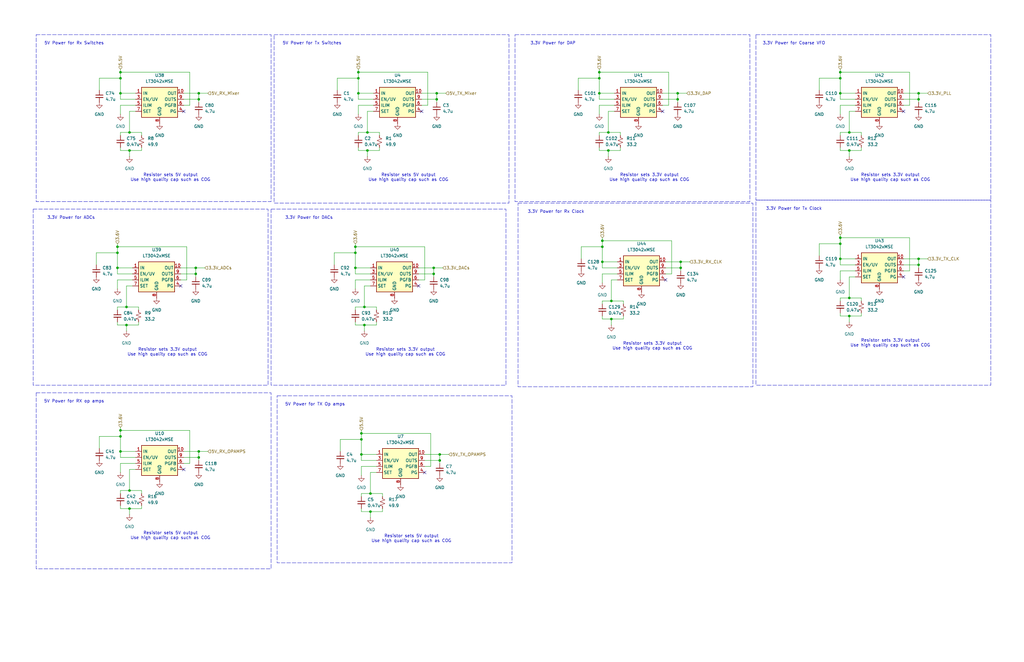
<source format=kicad_sch>
(kicad_sch (version 20250114) (generator "eeschema") (generator_version "9.0")
  (paper "B")
  (title_block (title "Power Management") (date "2026-01-02") (rev "0.0") (company "Andy McCann KA3KAG and Doug McCann KA3KAG"))
  (rectangle (start 116.84 167.005) (end 215.9 237.49) (stroke (width 0) (type dash)))
  (rectangle (start 13.97 88.265) (end 113.03 162.56) (stroke (width 0) (type dash)))
  (rectangle (start 318.77 14.605) (end 417.83 84.455) (stroke (width 0) (type dash)))
  (rectangle (start 318.77 84.455) (end 417.83 162.56) (stroke (width 0) (type dash)))
  (rectangle (start 217.17 14.605) (end 316.23 85.09) (stroke (width 0) (type dash)))
  (rectangle (start 15.24 165.735) (end 114.3 240.03) (stroke (width 0) (type dash)))
  (rectangle (start 115.57 14.605) (end 214.63 85.725) (stroke (width 0) (type dash)))
  (rectangle (start 15.24 14.605) (end 114.3 85.09) (stroke (width 0) (type dash)))
  (rectangle (start 114.3 88.265) (end 213.36 162.56) (stroke (width 0) (type dash)))
  (rectangle (start 218.44 85.725) (end 317.5 163.195) (stroke (width 0) (type dash)))
  (text "3.3V Power for ADCs" (at 29.972 91.948 0) (effects (font (size 1.27 1.27))))
  (text "3.3V Power for DAP" (at 233.172 18.288 0) (effects (font (size 1.27 1.27))))
  (text "Resistor sets 3.3V output\nUse high quality cap such as COG" (at 375.412 74.93 0) (effects (font (size 1.27 1.27))))
  (text "5V Power for Tx Switches" (at 131.572 18.288 0) (effects (font (size 1.27 1.27))))
  (text "5V Power for RX op amps" (at 31.242 169.418 0) (effects (font (size 1.27 1.27))))
  (text "Resistor sets 3.3V output\nUse high quality cap such as COG" (at 275.082 146.05 0) (effects (font (size 1.27 1.27))))
  (text "Resistor sets 5V output\nUse high quality cap such as COG" (at 173.482 227.33 0) (effects (font (size 1.27 1.27))))
  (text "Resistor sets 5V output\nUse high quality cap such as COG" (at 71.882 226.06 0) (effects (font (size 1.27 1.27))))
  (text "Resistor sets 5V output\nUse high quality cap such as COG" (at 172.212 74.93 0) (effects (font (size 1.27 1.27))))
  (text "Resistor sets 3.3V output\nUse high quality cap such as COG" (at 375.412 144.78 0) (effects (font (size 1.27 1.27))))
  (text "3.3V Power for Rx Clock" (at 234.442 89.408 0) (effects (font (size 1.27 1.27))))
  (text "3.3V Power for Tx Clock" (at 334.772 88.138 0) (effects (font (size 1.27 1.27))))
  (text "3.3V Power for Coarse VFO" (at 334.772 18.288 0) (effects (font (size 1.27 1.27))))
  (text "Resistor sets 3.3V output\nUse high quality cap such as COG" (at 273.812 74.93 0) (effects (font (size 1.27 1.27))))
  (text "5V Power for Rx Switches" (at 31.242 18.288 0) (effects (font (size 1.27 1.27))))
  (text "Resistor sets 5V output\nUse high quality cap such as COG" (at 71.882 74.93 0) (effects (font (size 1.27 1.27))))
  (text "Resistor sets 3.3V output\nUse high quality cap such as COG" (at 170.942 148.59 0) (effects (font (size 1.27 1.27))))
  (text "5V Power for TX Op amps" (at 132.842 170.688 0) (effects (font (size 1.27 1.27))))
  (text "Resistor sets 3.3V output\nUse high quality cap such as COG" (at 70.612 148.59 0) (effects (font (size 1.27 1.27))))
  (text "3.3V Power for DACs" (at 130.302 91.948 0) (effects (font (size 1.27 1.27))))
  (junction (at 387.35 39.37))
  (junction (at 151.13 30.48))
  (junction (at 54.61 63.5))
  (junction (at 50.8 190.5))
  (junction (at 254 110.49))
  (junction (at 83.82 190.5))
  (junction (at 152.4 191.77))
  (junction (at 49.53 113.03))
  (junction (at 156.21 215.9))
  (junction (at 257.81 134.62))
  (junction (at 387.35 109.22))
  (junction (at 354.33 39.37))
  (junction (at 82.55 115.57))
  (junction (at 358.14 125.73))
  (junction (at 49.53 106.68))
  (junction (at 152.4 182.88))
  (junction (at 354.33 102.87))
  (junction (at 185.42 194.31))
  (junction (at 182.88 113.03))
  (junction (at 54.61 214.63))
  (junction (at 54.61 207.01))
  (junction (at 354.33 109.22))
  (junction (at 83.82 41.91))
  (junction (at 354.33 30.48))
  (junction (at 254 104.14))
  (junction (at 184.15 41.91))
  (junction (at 153.67 137.16))
  (junction (at 82.55 113.03))
  (junction (at 287.02 110.49))
  (junction (at 151.13 33.02))
  (junction (at 184.15 39.37))
  (junction (at 252.73 33.02))
  (junction (at 83.82 39.37))
  (junction (at 182.88 115.57))
  (junction (at 50.8 181.61))
  (junction (at 387.35 111.76))
  (junction (at 354.33 100.33))
  (junction (at 287.02 113.03))
  (junction (at 50.8 33.02))
  (junction (at 285.75 39.37))
  (junction (at 154.94 63.5))
  (junction (at 358.14 63.5))
  (junction (at 49.53 104.14))
  (junction (at 254 101.6))
  (junction (at 257.81 127))
  (junction (at 53.34 137.16))
  (junction (at 156.21 208.28))
  (junction (at 354.33 33.02))
  (junction (at 154.94 55.88))
  (junction (at 252.73 30.48))
  (junction (at 54.61 55.88))
  (junction (at 185.42 191.77))
  (junction (at 153.67 129.54))
  (junction (at 50.8 184.15))
  (junction (at 83.82 193.04))
  (junction (at 358.14 55.88))
  (junction (at 50.8 30.48))
  (junction (at 149.86 104.14))
  (junction (at 149.86 113.03))
  (junction (at 152.4 185.42))
  (junction (at 285.75 41.91))
  (junction (at 149.86 106.68))
  (junction (at 151.13 39.37))
  (junction (at 256.54 55.88))
  (junction (at 50.8 39.37))
  (junction (at 53.34 129.54))
  (junction (at 358.14 133.35))
  (junction (at 256.54 63.5))
  (junction (at 252.73 39.37))
  (junction (at 387.35 41.91))
  (no_connect (at 77.47 198.12))
  (no_connect (at 381 116.84))
  (no_connect (at 176.53 120.65))
  (no_connect (at 179.07 199.39))
  (no_connect (at 77.47 46.99))
  (no_connect (at 279.4 46.99))
  (no_connect (at 381 46.99))
  (no_connect (at 177.8 46.99))
  (no_connect (at 280.67 118.11))
  (no_connect (at 76.2 120.65))
  (wire (pts (xy 57.15 44.45) (xy 50.8 44.45)))
  (wire (pts (xy 345.44 107.95) (xy 345.44 102.87)))
  (wire (pts (xy 143.51 185.42) (xy 152.4 185.42)))
  (wire (pts (xy 252.73 41.91) (xy 252.73 39.37)))
  (wire (pts (xy 260.35 115.57) (xy 254 115.57)))
  (wire (pts (xy 185.42 191.77) (xy 189.23 191.77)))
  (wire (pts (xy 54.61 63.5) (xy 54.61 66.04)))
  (wire (pts (xy 50.8 193.04) (xy 50.8 190.5)))
  (wire (pts (xy 360.68 111.76) (xy 354.33 111.76)))
  (wire (pts (xy 157.48 41.91) (xy 151.13 41.91)))
  (wire (pts (xy 261.62 55.88) (xy 261.62 57.15)))
  (wire (pts (xy 54.61 214.63) (xy 54.61 217.17)))
  (wire (pts (xy 261.62 62.23) (xy 261.62 63.5)))
  (wire (pts (xy 149.86 106.68) (xy 149.86 113.03)))
  (wire (pts (xy 149.86 130.81) (xy 149.86 129.54)))
  (wire (pts (xy 49.53 102.87) (xy 49.53 104.14)))
  (wire (pts (xy 77.47 195.58) (xy 80.01 195.58)))
  (wire (pts (xy 83.82 190.5) (xy 83.82 193.04)))
  (wire (pts (xy 151.13 57.15) (xy 151.13 55.88)))
  (wire (pts (xy 151.13 30.48) (xy 151.13 33.02)))
  (wire (pts (xy 254 101.6) (xy 283.21 101.6)))
  (wire (pts (xy 50.8 57.15) (xy 50.8 55.88)))
  (wire (pts (xy 140.97 111.76) (xy 140.97 106.68)))
  (wire (pts (xy 387.35 41.91) (xy 387.35 43.18)))
  (wire (pts (xy 387.35 109.22) (xy 391.16 109.22)))
  (wire (pts (xy 259.08 44.45) (xy 252.73 44.45)))
  (wire (pts (xy 149.86 104.14) (xy 179.07 104.14)))
  (wire (pts (xy 54.61 214.63) (xy 50.8 214.63)))
  (wire (pts (xy 57.15 193.04) (xy 50.8 193.04)))
  (wire (pts (xy 82.55 113.03) (xy 82.55 115.57)))
  (wire (pts (xy 77.47 193.04) (xy 83.82 193.04)))
  (wire (pts (xy 83.82 39.37) (xy 83.82 41.91)))
  (wire (pts (xy 257.81 127) (xy 262.89 127)))
  (wire (pts (xy 54.61 207.01) (xy 59.69 207.01)))
  (wire (pts (xy 287.02 110.49) (xy 290.83 110.49)))
  (wire (pts (xy 50.8 181.61) (xy 80.01 181.61)))
  (wire (pts (xy 153.67 120.65) (xy 153.67 129.54)))
  (wire (pts (xy 50.8 184.15) (xy 50.8 190.5)))
  (wire (pts (xy 360.68 114.3) (xy 354.33 114.3)))
  (wire (pts (xy 154.94 55.88) (xy 160.02 55.88)))
  (wire (pts (xy 149.86 129.54) (xy 153.67 129.54)))
  (wire (pts (xy 262.89 133.35) (xy 262.89 134.62)))
  (wire (pts (xy 182.88 115.57) (xy 182.88 116.84)))
  (wire (pts (xy 285.75 39.37) (xy 285.75 41.91)))
  (wire (pts (xy 252.73 55.88) (xy 256.54 55.88)))
  (wire (pts (xy 176.53 118.11) (xy 179.07 118.11)))
  (wire (pts (xy 360.68 39.37) (xy 354.33 39.37)))
  (wire (pts (xy 50.8 214.63) (xy 50.8 213.36)))
  (wire (pts (xy 161.29 208.28) (xy 161.29 209.55)))
  (wire (pts (xy 160.02 62.23) (xy 160.02 63.5)))
  (wire (pts (xy 153.67 137.16) (xy 153.67 139.7)))
  (wire (pts (xy 279.4 41.91) (xy 285.75 41.91)))
  (wire (pts (xy 77.47 190.5) (xy 83.82 190.5)))
  (wire (pts (xy 360.68 109.22) (xy 354.33 109.22)))
  (wire (pts (xy 279.4 44.45) (xy 281.94 44.45)))
  (wire (pts (xy 176.53 113.03) (xy 182.88 113.03)))
  (wire (pts (xy 354.33 102.87) (xy 354.33 109.22)))
  (wire (pts (xy 360.68 41.91) (xy 354.33 41.91)))
  (wire (pts (xy 254 134.62) (xy 254 133.35)))
  (wire (pts (xy 161.29 215.9) (xy 156.21 215.9)))
  (wire (pts (xy 179.07 194.31) (xy 185.42 194.31)))
  (wire (pts (xy 280.67 110.49) (xy 287.02 110.49)))
  (wire (pts (xy 184.15 41.91) (xy 184.15 43.18)))
  (wire (pts (xy 55.88 118.11) (xy 49.53 118.11)))
  (wire (pts (xy 358.14 46.99) (xy 358.14 55.88)))
  (wire (pts (xy 260.35 110.49) (xy 254 110.49)))
  (wire (pts (xy 358.14 133.35) (xy 358.14 135.89)))
  (wire (pts (xy 252.73 44.45) (xy 252.73 48.26)))
  (wire (pts (xy 57.15 46.99) (xy 54.61 46.99)))
  (wire (pts (xy 257.81 134.62) (xy 257.81 137.16)))
  (wire (pts (xy 82.55 115.57) (xy 82.55 116.84)))
  (wire (pts (xy 383.54 44.45) (xy 383.54 30.48)))
  (wire (pts (xy 185.42 194.31) (xy 185.42 195.58)))
  (wire (pts (xy 49.53 118.11) (xy 49.53 121.92)))
  (wire (pts (xy 153.67 129.54) (xy 158.75 129.54)))
  (wire (pts (xy 358.14 55.88) (xy 363.22 55.88)))
  (wire (pts (xy 184.15 39.37) (xy 187.96 39.37)))
  (wire (pts (xy 77.47 44.45) (xy 80.01 44.45)))
  (wire (pts (xy 387.35 109.22) (xy 387.35 111.76)))
  (wire (pts (xy 387.35 39.37) (xy 391.16 39.37)))
  (wire (pts (xy 50.8 33.02) (xy 50.8 39.37)))
  (wire (pts (xy 345.44 33.02) (xy 354.33 33.02)))
  (wire (pts (xy 55.88 115.57) (xy 49.53 115.57)))
  (wire (pts (xy 182.88 113.03) (xy 186.69 113.03)))
  (wire (pts (xy 257.81 134.62) (xy 254 134.62)))
  (wire (pts (xy 245.11 109.22) (xy 245.11 104.14)))
  (wire (pts (xy 387.35 39.37) (xy 387.35 41.91)))
  (wire (pts (xy 53.34 137.16) (xy 53.34 139.7)))
  (wire (pts (xy 54.61 63.5) (xy 50.8 63.5)))
  (wire (pts (xy 158.75 137.16) (xy 153.67 137.16)))
  (wire (pts (xy 287.02 110.49) (xy 287.02 113.03)))
  (wire (pts (xy 158.75 196.85) (xy 152.4 196.85)))
  (wire (pts (xy 256.54 46.99) (xy 256.54 55.88)))
  (wire (pts (xy 49.53 106.68) (xy 49.53 113.03)))
  (wire (pts (xy 49.53 137.16) (xy 49.53 135.89)))
  (wire (pts (xy 50.8 63.5) (xy 50.8 62.23)))
  (wire (pts (xy 151.13 30.48) (xy 180.34 30.48)))
  (wire (pts (xy 156.21 208.28) (xy 161.29 208.28)))
  (wire (pts (xy 58.42 129.54) (xy 58.42 130.81)))
  (wire (pts (xy 80.01 195.58) (xy 80.01 181.61)))
  (wire (pts (xy 49.53 115.57) (xy 49.53 113.03)))
  (wire (pts (xy 252.73 29.21) (xy 252.73 30.48)))
  (wire (pts (xy 40.64 111.76) (xy 40.64 106.68)))
  (wire (pts (xy 157.48 44.45) (xy 151.13 44.45)))
  (wire (pts (xy 142.24 38.1) (xy 142.24 33.02)))
  (wire (pts (xy 158.75 191.77) (xy 152.4 191.77)))
  (wire (pts (xy 245.11 104.14) (xy 254 104.14)))
  (wire (pts (xy 59.69 207.01) (xy 59.69 208.28)))
  (wire (pts (xy 360.68 116.84) (xy 358.14 116.84)))
  (wire (pts (xy 50.8 30.48) (xy 80.01 30.48)))
  (wire (pts (xy 354.33 100.33) (xy 354.33 102.87)))
  (wire (pts (xy 149.86 137.16) (xy 149.86 135.89)))
  (wire (pts (xy 49.53 104.14) (xy 78.74 104.14)))
  (wire (pts (xy 58.42 135.89) (xy 58.42 137.16)))
  (wire (pts (xy 358.14 116.84) (xy 358.14 125.73)))
  (wire (pts (xy 182.88 113.03) (xy 182.88 115.57)))
  (wire (pts (xy 285.75 41.91) (xy 285.75 43.18)))
  (wire (pts (xy 152.4 196.85) (xy 152.4 200.66)))
  (wire (pts (xy 354.33 29.21) (xy 354.33 30.48)))
  (wire (pts (xy 354.33 100.33) (xy 383.54 100.33)))
  (wire (pts (xy 279.4 39.37) (xy 285.75 39.37)))
  (wire (pts (xy 179.07 118.11) (xy 179.07 104.14)))
  (wire (pts (xy 83.82 39.37) (xy 87.63 39.37)))
  (wire (pts (xy 360.68 44.45) (xy 354.33 44.45)))
  (wire (pts (xy 280.67 115.57) (xy 283.21 115.57)))
  (wire (pts (xy 59.69 214.63) (xy 54.61 214.63)))
  (wire (pts (xy 363.22 125.73) (xy 363.22 127)))
  (wire (pts (xy 358.14 63.5) (xy 358.14 66.04)))
  (wire (pts (xy 381 39.37) (xy 387.35 39.37)))
  (wire (pts (xy 259.08 39.37) (xy 252.73 39.37)))
  (wire (pts (xy 76.2 115.57) (xy 82.55 115.57)))
  (wire (pts (xy 49.53 129.54) (xy 53.34 129.54)))
  (wire (pts (xy 151.13 33.02) (xy 151.13 39.37)))
  (wire (pts (xy 354.33 63.5) (xy 354.33 62.23)))
  (wire (pts (xy 41.91 38.1) (xy 41.91 33.02)))
  (wire (pts (xy 41.91 33.02) (xy 50.8 33.02)))
  (wire (pts (xy 58.42 137.16) (xy 53.34 137.16)))
  (wire (pts (xy 153.67 137.16) (xy 149.86 137.16)))
  (wire (pts (xy 59.69 62.23) (xy 59.69 63.5)))
  (wire (pts (xy 156.21 120.65) (xy 153.67 120.65)))
  (wire (pts (xy 49.53 130.81) (xy 49.53 129.54)))
  (wire (pts (xy 177.8 41.91) (xy 184.15 41.91)))
  (wire (pts (xy 149.86 102.87) (xy 149.86 104.14)))
  (wire (pts (xy 57.15 198.12) (xy 54.61 198.12)))
  (wire (pts (xy 156.21 215.9) (xy 152.4 215.9)))
  (wire (pts (xy 156.21 115.57) (xy 149.86 115.57)))
  (wire (pts (xy 354.33 127) (xy 354.33 125.73)))
  (wire (pts (xy 354.33 55.88) (xy 358.14 55.88)))
  (wire (pts (xy 54.61 55.88) (xy 59.69 55.88)))
  (wire (pts (xy 77.47 39.37) (xy 83.82 39.37)))
  (wire (pts (xy 57.15 41.91) (xy 50.8 41.91)))
  (wire (pts (xy 181.61 196.85) (xy 181.61 182.88)))
  (wire (pts (xy 149.86 115.57) (xy 149.86 113.03)))
  (wire (pts (xy 154.94 63.5) (xy 151.13 63.5)))
  (wire (pts (xy 151.13 63.5) (xy 151.13 62.23)))
  (wire (pts (xy 354.33 30.48) (xy 354.33 33.02)))
  (wire (pts (xy 53.34 137.16) (xy 49.53 137.16)))
  (wire (pts (xy 259.08 46.99) (xy 256.54 46.99)))
  (wire (pts (xy 142.24 33.02) (xy 151.13 33.02)))
  (wire (pts (xy 177.8 44.45) (xy 180.34 44.45)))
  (wire (pts (xy 152.4 182.88) (xy 152.4 185.42)))
  (wire (pts (xy 57.15 39.37) (xy 50.8 39.37)))
  (wire (pts (xy 76.2 113.03) (xy 82.55 113.03)))
  (wire (pts (xy 254 127) (xy 257.81 127)))
  (wire (pts (xy 40.64 106.68) (xy 49.53 106.68)))
  (wire (pts (xy 252.73 63.5) (xy 252.73 62.23)))
  (wire (pts (xy 363.22 132.08) (xy 363.22 133.35)))
  (wire (pts (xy 157.48 39.37) (xy 151.13 39.37)))
  (wire (pts (xy 177.8 39.37) (xy 184.15 39.37)))
  (wire (pts (xy 354.33 133.35) (xy 354.33 132.08)))
  (wire (pts (xy 50.8 29.21) (xy 50.8 30.48)))
  (wire (pts (xy 254 104.14) (xy 254 110.49)))
  (wire (pts (xy 387.35 111.76) (xy 387.35 113.03)))
  (wire (pts (xy 254 100.33) (xy 254 101.6)))
  (wire (pts (xy 363.22 55.88) (xy 363.22 57.15)))
  (wire (pts (xy 160.02 55.88) (xy 160.02 57.15)))
  (wire (pts (xy 252.73 30.48) (xy 281.94 30.48)))
  (wire (pts (xy 383.54 114.3) (xy 383.54 100.33)))
  (wire (pts (xy 41.91 184.15) (xy 50.8 184.15)))
  (wire (pts (xy 151.13 44.45) (xy 151.13 48.26)))
  (wire (pts (xy 54.61 46.99) (xy 54.61 55.88)))
  (wire (pts (xy 156.21 118.11) (xy 149.86 118.11)))
  (wire (pts (xy 158.75 194.31) (xy 152.4 194.31)))
  (wire (pts (xy 151.13 29.21) (xy 151.13 30.48)))
  (wire (pts (xy 50.8 180.34) (xy 50.8 181.61)))
  (wire (pts (xy 149.86 118.11) (xy 149.86 121.92)))
  (wire (pts (xy 287.02 113.03) (xy 287.02 114.3)))
  (wire (pts (xy 363.22 133.35) (xy 358.14 133.35)))
  (wire (pts (xy 55.88 113.03) (xy 49.53 113.03)))
  (wire (pts (xy 363.22 63.5) (xy 358.14 63.5)))
  (wire (pts (xy 59.69 213.36) (xy 59.69 214.63)))
  (wire (pts (xy 180.34 44.45) (xy 180.34 30.48)))
  (wire (pts (xy 179.07 196.85) (xy 181.61 196.85)))
  (wire (pts (xy 262.89 134.62) (xy 257.81 134.62)))
  (wire (pts (xy 256.54 55.88) (xy 261.62 55.88)))
  (wire (pts (xy 358.14 133.35) (xy 354.33 133.35)))
  (wire (pts (xy 50.8 195.58) (xy 50.8 199.39)))
  (wire (pts (xy 283.21 115.57) (xy 283.21 101.6)))
  (wire (pts (xy 254 101.6) (xy 254 104.14)))
  (wire (pts (xy 354.33 114.3) (xy 354.33 118.11)))
  (wire (pts (xy 83.82 193.04) (xy 83.82 194.31)))
  (wire (pts (xy 260.35 118.11) (xy 257.81 118.11)))
  (wire (pts (xy 252.73 33.02) (xy 252.73 39.37)))
  (wire (pts (xy 254 115.57) (xy 254 119.38)))
  (wire (pts (xy 83.82 41.91) (xy 83.82 43.18)))
  (wire (pts (xy 285.75 39.37) (xy 289.56 39.37)))
  (wire (pts (xy 152.4 194.31) (xy 152.4 191.77)))
  (wire (pts (xy 360.68 46.99) (xy 358.14 46.99)))
  (wire (pts (xy 50.8 207.01) (xy 54.61 207.01)))
  (wire (pts (xy 59.69 63.5) (xy 54.61 63.5)))
  (wire (pts (xy 185.42 191.77) (xy 185.42 194.31)))
  (wire (pts (xy 358.14 63.5) (xy 354.33 63.5)))
  (wire (pts (xy 184.15 39.37) (xy 184.15 41.91)))
  (wire (pts (xy 156.21 215.9) (xy 156.21 218.44)))
  (wire (pts (xy 254 113.03) (xy 254 110.49)))
  (wire (pts (xy 151.13 41.91) (xy 151.13 39.37)))
  (wire (pts (xy 354.33 33.02) (xy 354.33 39.37)))
  (wire (pts (xy 354.33 44.45) (xy 354.33 48.26)))
  (wire (pts (xy 354.33 41.91) (xy 354.33 39.37)))
  (wire (pts (xy 158.75 129.54) (xy 158.75 130.81)))
  (wire (pts (xy 261.62 63.5) (xy 256.54 63.5)))
  (wire (pts (xy 78.74 118.11) (xy 78.74 104.14)))
  (wire (pts (xy 176.53 115.57) (xy 182.88 115.57)))
  (wire (pts (xy 55.88 120.65) (xy 53.34 120.65)))
  (wire (pts (xy 160.02 63.5) (xy 154.94 63.5)))
  (wire (pts (xy 345.44 102.87) (xy 354.33 102.87)))
  (wire (pts (xy 152.4 182.88) (xy 181.61 182.88)))
  (wire (pts (xy 243.84 38.1) (xy 243.84 33.02)))
  (wire (pts (xy 152.4 181.61) (xy 152.4 182.88)))
  (wire (pts (xy 161.29 214.63) (xy 161.29 215.9)))
  (wire (pts (xy 57.15 190.5) (xy 50.8 190.5)))
  (wire (pts (xy 57.15 195.58) (xy 50.8 195.58)))
  (wire (pts (xy 59.69 55.88) (xy 59.69 57.15)))
  (wire (pts (xy 363.22 62.23) (xy 363.22 63.5)))
  (wire (pts (xy 252.73 57.15) (xy 252.73 55.88)))
  (wire (pts (xy 54.61 198.12) (xy 54.61 207.01)))
  (wire (pts (xy 256.54 63.5) (xy 252.73 63.5)))
  (wire (pts (xy 151.13 55.88) (xy 154.94 55.88)))
  (wire (pts (xy 381 44.45) (xy 383.54 44.45)))
  (wire (pts (xy 381 109.22) (xy 387.35 109.22)))
  (wire (pts (xy 50.8 44.45) (xy 50.8 48.26)))
  (wire (pts (xy 280.67 113.03) (xy 287.02 113.03)))
  (wire (pts (xy 358.14 125.73) (xy 363.22 125.73)))
  (wire (pts (xy 256.54 63.5) (xy 256.54 66.04)))
  (wire (pts (xy 262.89 127) (xy 262.89 128.27)))
  (wire (pts (xy 354.33 30.48) (xy 383.54 30.48)))
  (wire (pts (xy 50.8 181.61) (xy 50.8 184.15)))
  (wire (pts (xy 80.01 44.45) (xy 80.01 30.48)))
  (wire (pts (xy 354.33 99.06) (xy 354.33 100.33)))
  (wire (pts (xy 50.8 30.48) (xy 50.8 33.02)))
  (wire (pts (xy 354.33 111.76) (xy 354.33 109.22)))
  (wire (pts (xy 259.08 41.91) (xy 252.73 41.91)))
  (wire (pts (xy 50.8 55.88) (xy 54.61 55.88)))
  (wire (pts (xy 345.44 38.1) (xy 345.44 33.02)))
  (wire (pts (xy 381 114.3) (xy 383.54 114.3)))
  (wire (pts (xy 260.35 113.03) (xy 254 113.03)))
  (wire (pts (xy 252.73 30.48) (xy 252.73 33.02)))
  (wire (pts (xy 76.2 118.11) (xy 78.74 118.11)))
  (wire (pts (xy 140.97 106.68) (xy 149.86 106.68)))
  (wire (pts (xy 156.21 199.39) (xy 156.21 208.28)))
  (wire (pts (xy 158.75 135.89) (xy 158.75 137.16)))
  (wire (pts (xy 257.81 118.11) (xy 257.81 127)))
  (wire (pts (xy 152.4 185.42) (xy 152.4 191.77)))
  (wire (pts (xy 154.94 46.99) (xy 154.94 55.88)))
  (wire (pts (xy 243.84 33.02) (xy 252.73 33.02)))
  (wire (pts (xy 157.48 46.99) (xy 154.94 46.99)))
  (wire (pts (xy 156.21 113.03) (xy 149.86 113.03)))
  (wire (pts (xy 152.4 208.28) (xy 156.21 208.28)))
  (wire (pts (xy 49.53 104.14) (xy 49.53 106.68)))
  (wire (pts (xy 77.47 41.91) (xy 83.82 41.91)))
  (wire (pts (xy 53.34 129.54) (xy 58.42 129.54)))
  (wire (pts (xy 143.51 190.5) (xy 143.51 185.42)))
  (wire (pts (xy 381 41.91) (xy 387.35 41.91)))
  (wire (pts (xy 354.33 125.73) (xy 358.14 125.73)))
  (wire (pts (xy 152.4 215.9) (xy 152.4 214.63)))
  (wire (pts (xy 50.8 208.28) (xy 50.8 207.01)))
  (wire (pts (xy 354.33 57.15) (xy 354.33 55.88)))
  (wire (pts (xy 381 111.76) (xy 387.35 111.76)))
  (wire (pts (xy 281.94 44.45) (xy 281.94 30.48)))
  (wire (pts (xy 83.82 190.5) (xy 87.63 190.5)))
  (wire (pts (xy 152.4 209.55) (xy 152.4 208.28)))
  (wire (pts (xy 53.34 120.65) (xy 53.34 129.54)))
  (wire (pts (xy 158.75 199.39) (xy 156.21 199.39)))
  (wire (pts (xy 41.91 189.23) (xy 41.91 184.15)))
  (wire (pts (xy 50.8 41.91) (xy 50.8 39.37)))
  (wire (pts (xy 254 128.27) (xy 254 127)))
  (wire (pts (xy 149.86 104.14) (xy 149.86 106.68)))
  (wire (pts (xy 154.94 63.5) (xy 154.94 66.04)))
  (wire (pts (xy 82.55 113.03) (xy 86.36 113.03)))
  (wire (pts (xy 179.07 191.77) (xy 185.42 191.77)))
  (hierarchical_label "5V_RX_OPAMPS" (shape input) (at 87.63 190.5 0))
  (hierarchical_label "5V_TX_OPAMPS" (shape input) (at 189.23 191.77 0))
  (hierarchical_label "3.3V_RX_CLK" (shape input) (at 290.83 110.49 0))
  (hierarchical_label "3.6V" (shape input) (at 354.33 99.06 90))
  (hierarchical_label "5V_TX_Mixer" (shape input) (at 187.96 39.37 0))
  (hierarchical_label "3.6V" (shape input) (at 49.53 102.87 90))
  (hierarchical_label "3.3V_DACs" (shape input) (at 186.69 113.03 0))
  (hierarchical_label "3.3V_PLL" (shape input) (at 391.16 39.37 0))
  (hierarchical_label "3.3V_ADCs" (shape input) (at 86.36 113.03 0))
  (hierarchical_label "5V_RX_Mixer" (shape input) (at 87.63 39.37 0))
  (hierarchical_label "5.5V" (shape input) (at 50.8 29.21 90))
  (hierarchical_label "3.6V" (shape input) (at 254 100.33 90))
  (hierarchical_label "5.5V" (shape input) (at 152.4 181.61 90))
  (hierarchical_label "3.6V" (shape input) (at 252.73 29.21 90))
  (hierarchical_label "3.3V_DAP" (shape input) (at 289.56 39.37 0))
  (hierarchical_label "3.6V" (shape input) (at 354.33 29.21 90))
  (hierarchical_label "5.5V" (shape input) (at 151.13 29.21 90))
  (hierarchical_label "3.3V_TX_CLK" (shape input) (at 391.16 109.22 0))
  (hierarchical_label "3.6V" (shape input) (at 149.86 102.87 90))
  (hierarchical_label "3.6V" (shape input) (at 50.8 180.34 90))
  (symbol (lib_id "power:GND") (at 82.55 121.92 0) (unit 1)
    (property "Reference" "#PWR062" (effects (hide yes)))
    (property "Value" "GND" (at 82.55 127 0))
    (property "Description" "Power symbol creates a global label with name \"GND\" , ground" (effects (hide yes)))
  )
  (symbol (lib_id "Regulator_Linear:LT3042xMSE") (at 270.51 113.03 0) (unit 1)
    (property "Reference" "U44" (at 270.51 102.87 0))
    (property "Value" "LT3042xMSE" (at 270.51 105.41 0))
    (property "Footprint" "Package_SO:MSOP-10-1EP_3x3mm_P0.5mm_EP1.68x1.88mm" (effects (hide yes)))
    (property "Datasheet" "https://www.analog.com/media/en/technical-documentation/data-sheets/3042fb.pdf" (effects (hide yes)))
    (property "Description" "200mA, Adjustable, Ultralow Noise, Ultrahigh PSRR RF Linear Regulator, MSOP-10" (effects (hide yes)))
  )
  (symbol (lib_id "power:GND") (at 54.61 217.17 0) (unit 1)
    (property "Reference" "#PWR077" (effects (hide yes)))
    (property "Value" "GND" (at 54.61 222.25 0))
    (property "Description" "Power symbol creates a global label with name \"GND\" , ground" (effects (hide yes)))
  )
  (symbol (lib_id "Regulator_Linear:LT3042xMSE") (at 370.84 41.91 0) (unit 1)
    (property "Reference" "U42" (at 370.84 31.75 0))
    (property "Value" "LT3042xMSE" (at 370.84 34.29 0))
    (property "Footprint" "Package_SO:MSOP-10-1EP_3x3mm_P0.5mm_EP1.68x1.88mm" (effects (hide yes)))
    (property "Datasheet" "https://www.analog.com/media/en/technical-documentation/data-sheets/3042fb.pdf" (effects (hide yes)))
    (property "Description" "200mA, Adjustable, Ultralow Noise, Ultrahigh PSRR RF Linear Regulator, MSOP-10" (effects (hide yes)))
  )
  (symbol (lib_id "Device:C_Small") (at 82.55 119.38 0) (unit 1)
    (property "Reference" "C89" (at 85.09 118.1162 0) (effects (justify left)))
    (property "Value" "4.7u" (at 85.09 120.6562 0) (effects (justify left)))
    (property "Footprint" "Capacitor_SMD:C_0603_1608Metric_Pad1.08x0.95mm_HandSolder" (effects (hide yes)))
    (property "Description" "Unpolarized capacitor, small symbol" (effects (hide yes)))
  )
  (symbol (lib_id "power:GND") (at 345.44 43.18 0) (unit 1)
    (property "Reference" "#PWR0109" (effects (hide yes)))
    (property "Value" "GND" (at 345.44 48.26 0))
    (property "Description" "Power symbol creates a global label with name \"GND\" , ground" (effects (hide yes)))
  )
  (symbol (lib_id "Device:R_Small_US") (at 59.69 210.82 0) (unit 1)
    (property "Reference" "R16" (at 62.23 209.5499 0) (effects (justify left)))
    (property "Value" "49.9" (at 62.23 212.0899 0) (effects (justify left)))
    (property "Footprint" "Resistor_SMD:R_0603_1608Metric_Pad0.98x0.95mm_HandSolder" (effects (hide yes)))
    (property "Description" "Resistor, small US symbol" (effects (hide yes)))
  )
  (symbol (lib_id "power:GND") (at 156.21 218.44 0) (unit 1)
    (property "Reference" "#PWR039" (effects (hide yes)))
    (property "Value" "GND" (at 156.21 223.52 0))
    (property "Description" "Power symbol creates a global label with name \"GND\" , ground" (effects (hide yes)))
  )
  (symbol (lib_id "Device:C_Small") (at 285.75 45.72 0) (unit 1)
    (property "Reference" "C107" (at 288.29 44.4562 0) (effects (justify left)))
    (property "Value" "4.7u" (at 288.29 46.9962 0) (effects (justify left)))
    (property "Footprint" "Capacitor_SMD:C_0603_1608Metric_Pad1.08x0.95mm_HandSolder" (effects (hide yes)))
    (property "Description" "Unpolarized capacitor, small symbol" (effects (hide yes)))
  )
  (symbol (lib_id "Device:R_Small_US") (at 262.89 130.81 0) (unit 1)
    (property "Reference" "R14" (at 265.43 129.5399 0) (effects (justify left)))
    (property "Value" "33.2" (at 265.43 132.0799 0) (effects (justify left)))
    (property "Footprint" "Resistor_SMD:R_0603_1608Metric_Pad0.98x0.95mm_HandSolder" (effects (hide yes)))
    (property "Description" "Resistor, small US symbol" (effects (hide yes)))
  )
  (symbol (lib_id "power:GND") (at 151.13 48.26 0) (unit 1)
    (property "Reference" "#PWR04" (effects (hide yes)))
    (property "Value" "GND" (at 151.13 53.34 0))
    (property "Description" "Power symbol creates a global label with name \"GND\" , ground" (effects (hide yes)))
  )
  (symbol (lib_id "Device:C_Small") (at 182.88 119.38 0) (unit 1)
    (property "Reference" "C98" (at 185.42 118.1162 0) (effects (justify left)))
    (property "Value" "4.7u" (at 185.42 120.6562 0) (effects (justify left)))
    (property "Footprint" "Capacitor_SMD:C_0603_1608Metric_Pad1.08x0.95mm_HandSolder" (effects (hide yes)))
    (property "Description" "Unpolarized capacitor, small symbol" (effects (hide yes)))
  )
  (symbol (lib_id "power:GND") (at 50.8 48.26 0) (unit 1)
    (property "Reference" "#PWR051" (effects (hide yes)))
    (property "Value" "GND" (at 50.8 53.34 0))
    (property "Description" "Power symbol creates a global label with name \"GND\" , ground" (effects (hide yes)))
  )
  (symbol (lib_id "power:GND") (at 252.73 48.26 0) (unit 1)
    (property "Reference" "#PWR072" (effects (hide yes)))
    (property "Value" "GND" (at 252.73 53.34 0))
    (property "Description" "Power symbol creates a global label with name \"GND\" , ground" (effects (hide yes)))
  )
  (symbol (lib_id "Device:C_Small") (at 245.11 111.76 0) (unit 1)
    (property "Reference" "C128" (at 247.65 110.4962 0) (effects (justify left)))
    (property "Value" "4.7u" (at 247.65 113.0362 0) (effects (justify left)))
    (property "Footprint" "Capacitor_SMD:C_0603_1608Metric_Pad1.08x0.95mm_HandSolder" (effects (hide yes)))
    (property "Description" "Unpolarized capacitor, small symbol" (effects (hide yes)))
  )
  (symbol (lib_id "power:GND") (at 41.91 43.18 0) (unit 1)
    (property "Reference" "#PWR042" (effects (hide yes)))
    (property "Value" "GND" (at 41.91 48.26 0))
    (property "Description" "Power symbol creates a global label with name \"GND\" , ground" (effects (hide yes)))
  )
  (symbol (lib_id "Device:C_Small") (at 185.42 198.12 0) (unit 1)
    (property "Reference" "C7" (at 187.96 196.8562 0) (effects (justify left)))
    (property "Value" "4.7u" (at 187.96 199.3962 0) (effects (justify left)))
    (property "Footprint" "Capacitor_SMD:C_0603_1608Metric_Pad1.08x0.95mm_HandSolder" (effects (hide yes)))
    (property "Description" "Unpolarized capacitor, small symbol" (effects (hide yes)))
  )
  (symbol (lib_id "Device:C_Small") (at 387.35 115.57 0) (unit 1)
    (property "Reference" "C125" (at 389.89 114.3062 0) (effects (justify left)))
    (property "Value" "4.7u" (at 389.89 116.8462 0) (effects (justify left)))
    (property "Footprint" "Capacitor_SMD:C_0603_1608Metric_Pad1.08x0.95mm_HandSolder" (effects (hide yes)))
    (property "Description" "Unpolarized capacitor, small symbol" (effects (hide yes)))
  )
  (symbol (lib_id "Regulator_Linear:LT3042xMSE") (at 168.91 194.31 0) (unit 1)
    (property "Reference" "U7" (at 168.91 184.15 0))
    (property "Value" "LT3042xMSE" (at 168.91 186.69 0))
    (property "Footprint" "Package_SO:MSOP-10-1EP_3x3mm_P0.5mm_EP1.68x1.88mm" (effects (hide yes)))
    (property "Datasheet" "https://www.analog.com/media/en/technical-documentation/data-sheets/3042fb.pdf" (effects (hide yes)))
    (property "Description" "200mA, Adjustable, Ultralow Noise, Ultrahigh PSRR RF Linear Regulator, MSOP-10" (effects (hide yes)))
  )
  (symbol (lib_id "Device:C_Small") (at 149.86 133.35 0) (unit 1)
    (property "Reference" "C93" (at 152.4 132.0862 0) (effects (justify left)))
    (property "Value" "0.47u" (at 152.4 134.6262 0) (effects (justify left)))
    (property "Footprint" "Capacitor_SMD:C_0603_1608Metric_Pad1.08x0.95mm_HandSolder" (effects (hide yes)))
    (property "Description" "Unpolarized capacitor, small symbol" (effects (hide yes)))
  )
  (symbol (lib_id "Regulator_Linear:LT3042xMSE") (at 66.04 115.57 0) (unit 1)
    (property "Reference" "U39" (at 66.04 105.41 0))
    (property "Value" "LT3042xMSE" (at 66.04 107.95 0))
    (property "Footprint" "Package_SO:MSOP-10-1EP_3x3mm_P0.5mm_EP1.68x1.88mm" (effects (hide yes)))
    (property "Datasheet" "https://www.analog.com/media/en/technical-documentation/data-sheets/3042fb.pdf" (effects (hide yes)))
    (property "Description" "200mA, Adjustable, Ultralow Noise, Ultrahigh PSRR RF Linear Regulator, MSOP-10" (effects (hide yes)))
  )
  (symbol (lib_id "power:GND") (at 354.33 118.11 0) (unit 1)
    (property "Reference" "#PWR0118" (effects (hide yes)))
    (property "Value" "GND" (at 354.33 123.19 0))
    (property "Description" "Power symbol creates a global label with name \"GND\" , ground" (effects (hide yes)))
  )
  (symbol (lib_id "Device:C_Small") (at 41.91 191.77 0) (unit 1)
    (property "Reference" "C41" (at 44.45 190.5062 0) (effects (justify left)))
    (property "Value" "4.7u" (at 44.45 193.0462 0) (effects (justify left)))
    (property "Footprint" "Capacitor_SMD:C_0603_1608Metric_Pad1.08x0.95mm_HandSolder" (effects (hide yes)))
    (property "Description" "Unpolarized capacitor, small symbol" (effects (hide yes)))
  )
  (symbol (lib_id "power:GND") (at 40.64 116.84 0) (unit 1)
    (property "Reference" "#PWR056" (effects (hide yes)))
    (property "Value" "GND" (at 40.64 121.92 0))
    (property "Description" "Power symbol creates a global label with name \"GND\" , ground" (effects (hide yes)))
  )
  (symbol (lib_id "Regulator_Linear:LT3042xMSE") (at 67.31 193.04 0) (unit 1)
    (property "Reference" "U10" (at 67.31 182.88 0))
    (property "Value" "LT3042xMSE" (at 67.31 185.42 0))
    (property "Footprint" "Package_SO:MSOP-10-1EP_3x3mm_P0.5mm_EP1.68x1.88mm" (effects (hide yes)))
    (property "Datasheet" "https://www.analog.com/media/en/technical-documentation/data-sheets/3042fb.pdf" (effects (hide yes)))
    (property "Description" "200mA, Adjustable, Ultralow Noise, Ultrahigh PSRR RF Linear Regulator, MSOP-10" (effects (hide yes)))
  )
  (symbol (lib_id "Device:C_Small") (at 243.84 40.64 0) (unit 1)
    (property "Reference" "C101" (at 246.38 39.3762 0) (effects (justify left)))
    (property "Value" "4.7u" (at 246.38 41.9162 0) (effects (justify left)))
    (property "Footprint" "Capacitor_SMD:C_0603_1608Metric_Pad1.08x0.95mm_HandSolder" (effects (hide yes)))
    (property "Description" "Unpolarized capacitor, small symbol" (effects (hide yes)))
  )
  (symbol (lib_id "power:GND") (at 41.91 194.31 0) (unit 1)
    (property "Reference" "#PWR075" (effects (hide yes)))
    (property "Value" "GND" (at 41.91 199.39 0))
    (property "Description" "Power symbol creates a global label with name \"GND\" , ground" (effects (hide yes)))
  )
  (symbol (lib_id "Device:R_Small_US") (at 58.42 133.35 0) (unit 1)
    (property "Reference" "R9" (at 60.96 132.0799 0) (effects (justify left)))
    (property "Value" "33.2" (at 60.96 134.6199 0) (effects (justify left)))
    (property "Footprint" "Resistor_SMD:R_0603_1608Metric_Pad0.98x0.95mm_HandSolder" (effects (hide yes)))
    (property "Description" "Resistor, small US symbol" (effects (hide yes)))
  )
  (symbol (lib_id "power:GND") (at 143.51 195.58 0) (unit 1)
    (property "Reference" "#PWR03" (effects (hide yes)))
    (property "Value" "GND" (at 143.51 200.66 0))
    (property "Description" "Power symbol creates a global label with name \"GND\" , ground" (effects (hide yes)))
  )
  (symbol (lib_id "Device:C_Small") (at 354.33 59.69 0) (unit 1)
    (property "Reference" "C111" (at 356.87 58.4262 0) (effects (justify left)))
    (property "Value" "0.47u" (at 356.87 60.9662 0) (effects (justify left)))
    (property "Footprint" "Capacitor_SMD:C_0603_1608Metric_Pad1.08x0.95mm_HandSolder" (effects (hide yes)))
    (property "Description" "Unpolarized capacitor, small symbol" (effects (hide yes)))
  )
  (symbol (lib_id "power:GND") (at 269.24 52.07 0) (unit 1)
    (property "Reference" "#PWR078" (effects (hide yes)))
    (property "Value" "GND" (at 269.24 57.15 0))
    (property "Description" "Power symbol creates a global label with name \"GND\" , ground" (effects (hide yes)))
  )
  (symbol (lib_id "Device:R_Small_US") (at 363.22 129.54 0) (unit 1)
    (property "Reference" "R13" (at 365.76 128.2699 0) (effects (justify left)))
    (property "Value" "33.2" (at 365.76 130.8099 0) (effects (justify left)))
    (property "Footprint" "Resistor_SMD:R_0603_1608Metric_Pad0.98x0.95mm_HandSolder" (effects (hide yes)))
    (property "Description" "Resistor, small US symbol" (effects (hide yes)))
  )
  (symbol (lib_id "power:GND") (at 67.31 203.2 0) (unit 1)
    (property "Reference" "#PWR079" (effects (hide yes)))
    (property "Value" "GND" (at 67.31 208.28 0))
    (property "Description" "Power symbol creates a global label with name \"GND\" , ground" (effects (hide yes)))
  )
  (symbol (lib_id "power:GND") (at 243.84 43.18 0) (unit 1)
    (property "Reference" "#PWR070" (effects (hide yes)))
    (property "Value" "GND" (at 243.84 48.26 0))
    (property "Description" "Power symbol creates a global label with name \"GND\" , ground" (effects (hide yes)))
  )
  (symbol (lib_id "Device:C_Small") (at 50.8 59.69 0) (unit 1)
    (property "Reference" "C75" (at 53.34 58.4262 0) (effects (justify left)))
    (property "Value" "0.47u" (at 53.34 60.9662 0) (effects (justify left)))
    (property "Footprint" "Capacitor_SMD:C_0603_1608Metric_Pad1.08x0.95mm_HandSolder" (effects (hide yes)))
    (property "Description" "Unpolarized capacitor, small symbol" (effects (hide yes)))
  )
  (symbol (lib_id "power:GND") (at 154.94 66.04 0) (unit 1)
    (property "Reference" "#PWR05" (effects (hide yes)))
    (property "Value" "GND" (at 154.94 71.12 0))
    (property "Description" "Power symbol creates a global label with name \"GND\" , ground" (effects (hide yes)))
  )
  (symbol (lib_id "Regulator_Linear:LT3042xMSE") (at 370.84 111.76 0) (unit 1)
    (property "Reference" "U43" (at 370.84 101.6 0))
    (property "Value" "LT3042xMSE" (at 370.84 104.14 0))
    (property "Footprint" "Package_SO:MSOP-10-1EP_3x3mm_P0.5mm_EP1.68x1.88mm" (effects (hide yes)))
    (property "Datasheet" "https://www.analog.com/media/en/technical-documentation/data-sheets/3042fb.pdf" (effects (hide yes)))
    (property "Description" "200mA, Adjustable, Ultralow Noise, Ultrahigh PSRR RF Linear Regulator, MSOP-10" (effects (hide yes)))
  )
  (symbol (lib_id "Device:C_Small") (at 83.82 45.72 0) (unit 1)
    (property "Reference" "C80" (at 86.36 44.4562 0) (effects (justify left)))
    (property "Value" "4.7u" (at 86.36 46.9962 0) (effects (justify left)))
    (property "Footprint" "Capacitor_SMD:C_0603_1608Metric_Pad1.08x0.95mm_HandSolder" (effects (hide yes)))
    (property "Description" "Unpolarized capacitor, small symbol" (effects (hide yes)))
  )
  (symbol (lib_id "Device:R_Small_US") (at 261.62 59.69 0) (unit 1)
    (property "Reference" "R11" (at 264.16 58.4199 0) (effects (justify left)))
    (property "Value" "33.2" (at 264.16 60.9599 0) (effects (justify left)))
    (property "Footprint" "Resistor_SMD:R_0603_1608Metric_Pad0.98x0.95mm_HandSolder" (effects (hide yes)))
    (property "Description" "Resistor, small US symbol" (effects (hide yes)))
  )
  (symbol (lib_id "power:GND") (at 168.91 204.47 0) (unit 1)
    (property "Reference" "#PWR048" (effects (hide yes)))
    (property "Value" "GND" (at 168.91 209.55 0))
    (property "Description" "Power symbol creates a global label with name \"GND\" , ground" (effects (hide yes)))
  )
  (symbol (lib_id "power:GND") (at 358.14 135.89 0) (unit 1)
    (property "Reference" "#PWR0119" (effects (hide yes)))
    (property "Value" "GND" (at 358.14 140.97 0))
    (property "Description" "Power symbol creates a global label with name \"GND\" , ground" (effects (hide yes)))
  )
  (symbol (lib_id "power:GND") (at 166.37 125.73 0) (unit 1)
    (property "Reference" "#PWR068" (effects (hide yes)))
    (property "Value" "GND" (at 166.37 130.81 0))
    (property "Description" "Power symbol creates a global label with name \"GND\" , ground" (effects (hide yes)))
  )
  (symbol (lib_id "power:GND") (at 287.02 119.38 0) (unit 1)
    (property "Reference" "#PWR0129" (effects (hide yes)))
    (property "Value" "GND" (at 287.02 124.46 0))
    (property "Description" "Power symbol creates a global label with name \"GND\" , ground" (effects (hide yes)))
  )
  (symbol (lib_id "power:GND") (at 49.53 121.92 0) (unit 1)
    (property "Reference" "#PWR058" (effects (hide yes)))
    (property "Value" "GND" (at 49.53 127 0))
    (property "Description" "Power symbol creates a global label with name \"GND\" , ground" (effects (hide yes)))
  )
  (symbol (lib_id "Device:C_Small") (at 151.13 59.69 0) (unit 1)
    (property "Reference" "C2" (at 153.67 58.4262 0) (effects (justify left)))
    (property "Value" "0.47u" (at 153.67 60.9662 0) (effects (justify left)))
    (property "Footprint" "Capacitor_SMD:C_0603_1608Metric_Pad1.08x0.95mm_HandSolder" (effects (hide yes)))
    (property "Description" "Unpolarized capacitor, small symbol" (effects (hide yes)))
  )
  (symbol (lib_id "Device:C_Small") (at 287.02 116.84 0) (unit 1)
    (property "Reference" "C134" (at 289.56 115.5762 0) (effects (justify left)))
    (property "Value" "4.7u" (at 289.56 118.1162 0) (effects (justify left)))
    (property "Footprint" "Capacitor_SMD:C_0603_1608Metric_Pad1.08x0.95mm_HandSolder" (effects (hide yes)))
    (property "Description" "Unpolarized capacitor, small symbol" (effects (hide yes)))
  )
  (symbol (lib_id "Device:C_Small") (at 254 130.81 0) (unit 1)
    (property "Reference" "C129" (at 256.54 129.5462 0) (effects (justify left)))
    (property "Value" "0.47u" (at 256.54 132.0862 0) (effects (justify left)))
    (property "Footprint" "Capacitor_SMD:C_0603_1608Metric_Pad1.08x0.95mm_HandSolder" (effects (hide yes)))
    (property "Description" "Unpolarized capacitor, small symbol" (effects (hide yes)))
  )
  (symbol (lib_id "Device:C_Small") (at 345.44 40.64 0) (unit 1)
    (property "Reference" "C110" (at 347.98 39.3762 0) (effects (justify left)))
    (property "Value" "4.7u" (at 347.98 41.9162 0) (effects (justify left)))
    (property "Footprint" "Capacitor_SMD:C_0603_1608Metric_Pad1.08x0.95mm_HandSolder" (effects (hide yes)))
    (property "Description" "Unpolarized capacitor, small symbol" (effects (hide yes)))
  )
  (symbol (lib_id "power:GND") (at 66.04 125.73 0) (unit 1)
    (property "Reference" "#PWR061" (effects (hide yes)))
    (property "Value" "GND" (at 66.04 130.81 0))
    (property "Description" "Power symbol creates a global label with name \"GND\" , ground" (effects (hide yes)))
  )
  (symbol (lib_id "Device:C_Small") (at 50.8 210.82 0) (unit 1)
    (property "Reference" "C42" (at 53.34 209.5562 0) (effects (justify left)))
    (property "Value" "0.47u" (at 53.34 212.0962 0) (effects (justify left)))
    (property "Footprint" "Capacitor_SMD:C_0603_1608Metric_Pad1.08x0.95mm_HandSolder" (effects (hide yes)))
    (property "Description" "Unpolarized capacitor, small symbol" (effects (hide yes)))
  )
  (symbol (lib_id "power:GND") (at 140.97 116.84 0) (unit 1)
    (property "Reference" "#PWR063" (effects (hide yes)))
    (property "Value" "GND" (at 140.97 121.92 0))
    (property "Description" "Power symbol creates a global label with name \"GND\" , ground" (effects (hide yes)))
  )
  (symbol (lib_id "Device:C_Small") (at 140.97 114.3 0) (unit 1)
    (property "Reference" "C92" (at 143.51 113.0362 0) (effects (justify left)))
    (property "Value" "4.7u" (at 143.51 115.5762 0) (effects (justify left)))
    (property "Footprint" "Capacitor_SMD:C_0603_1608Metric_Pad1.08x0.95mm_HandSolder" (effects (hide yes)))
    (property "Description" "Unpolarized capacitor, small symbol" (effects (hide yes)))
  )
  (symbol (lib_id "power:GND") (at 142.24 43.18 0) (unit 1)
    (property "Reference" "#PWR07" (effects (hide yes)))
    (property "Value" "GND" (at 142.24 48.26 0))
    (property "Description" "Power symbol creates a global label with name \"GND\" , ground" (effects (hide yes)))
  )
  (symbol (lib_id "power:GND") (at 370.84 121.92 0) (unit 1)
    (property "Reference" "#PWR0121" (effects (hide yes)))
    (property "Value" "GND" (at 370.84 127 0))
    (property "Description" "Power symbol creates a global label with name \"GND\" , ground" (effects (hide yes)))
  )
  (symbol (lib_id "Device:R_Small_US") (at 161.29 212.09 0) (unit 1)
    (property "Reference" "R17" (at 163.83 210.8199 0) (effects (justify left)))
    (property "Value" "49.9" (at 163.83 213.3599 0) (effects (justify left)))
    (property "Footprint" "Resistor_SMD:R_0603_1608Metric_Pad0.98x0.95mm_HandSolder" (effects (hide yes)))
    (property "Description" "Resistor, small US symbol" (effects (hide yes)))
  )
  (symbol (lib_id "power:GND") (at 83.82 48.26 0) (unit 1)
    (property "Reference" "#PWR055" (effects (hide yes)))
    (property "Value" "GND" (at 83.82 53.34 0))
    (property "Description" "Power symbol creates a global label with name \"GND\" , ground" (effects (hide yes)))
  )
  (symbol (lib_id "power:GND") (at 83.82 199.39 0) (unit 1)
    (property "Reference" "#PWR081" (effects (hide yes)))
    (property "Value" "GND" (at 83.82 204.47 0))
    (property "Description" "Power symbol creates a global label with name \"GND\" , ground" (effects (hide yes)))
  )
  (symbol (lib_id "Regulator_Linear:LT3042xMSE") (at 167.64 41.91 0) (unit 1)
    (property "Reference" "U4" (at 167.64 31.75 0))
    (property "Value" "LT3042xMSE" (at 167.64 34.29 0))
    (property "Footprint" "Package_SO:MSOP-10-1EP_3x3mm_P0.5mm_EP1.68x1.88mm" (effects (hide yes)))
    (property "Datasheet" "https://www.analog.com/media/en/technical-documentation/data-sheets/3042fb.pdf" (effects (hide yes)))
    (property "Description" "200mA, Adjustable, Ultralow Noise, Ultrahigh PSRR RF Linear Regulator, MSOP-10" (effects (hide yes)))
  )
  (symbol (lib_id "power:GND") (at 53.34 139.7 0) (unit 1)
    (property "Reference" "#PWR059" (effects (hide yes)))
    (property "Value" "GND" (at 53.34 144.78 0))
    (property "Description" "Power symbol creates a global label with name \"GND\" , ground" (effects (hide yes)))
  )
  (symbol (lib_id "Device:R_Small_US") (at 59.69 59.69 0) (unit 1)
    (property "Reference" "R8" (at 62.23 58.4199 0) (effects (justify left)))
    (property "Value" "49.9" (at 62.23 60.9599 0) (effects (justify left)))
    (property "Footprint" "Resistor_SMD:R_0603_1608Metric_Pad0.98x0.95mm_HandSolder" (effects (hide yes)))
    (property "Description" "Resistor, small US symbol" (effects (hide yes)))
  )
  (symbol (lib_id "Device:C_Small") (at 83.82 196.85 0) (unit 1)
    (property "Reference" "C118" (at 86.36 195.5862 0) (effects (justify left)))
    (property "Value" "4.7u" (at 86.36 198.1262 0) (effects (justify left)))
    (property "Footprint" "Capacitor_SMD:C_0603_1608Metric_Pad1.08x0.95mm_HandSolder" (effects (hide yes)))
    (property "Description" "Unpolarized capacitor, small symbol" (effects (hide yes)))
  )
  (symbol (lib_id "power:GND") (at 54.61 66.04 0) (unit 1)
    (property "Reference" "#PWR052" (effects (hide yes)))
    (property "Value" "GND" (at 54.61 71.12 0))
    (property "Description" "Power symbol creates a global label with name \"GND\" , ground" (effects (hide yes)))
  )
  (symbol (lib_id "power:GND") (at 256.54 66.04 0) (unit 1)
    (property "Reference" "#PWR073" (effects (hide yes)))
    (property "Value" "GND" (at 256.54 71.12 0))
    (property "Description" "Power symbol creates a global label with name \"GND\" , ground" (effects (hide yes)))
  )
  (symbol (lib_id "power:GND") (at 184.15 48.26 0) (unit 1)
    (property "Reference" "#PWR06" (effects (hide yes)))
    (property "Value" "GND" (at 184.15 53.34 0))
    (property "Description" "Power symbol creates a global label with name \"GND\" , ground" (effects (hide yes)))
  )
  (symbol (lib_id "power:GND") (at 50.8 199.39 0) (unit 1)
    (property "Reference" "#PWR076" (effects (hide yes)))
    (property "Value" "GND" (at 50.8 204.47 0))
    (property "Description" "Power symbol creates a global label with name \"GND\" , ground" (effects (hide yes)))
  )
  (symbol (lib_id "Device:C_Small") (at 40.64 114.3 0) (unit 1)
    (property "Reference" "C83" (at 43.18 113.0362 0) (effects (justify left)))
    (property "Value" "4.7u" (at 43.18 115.5762 0) (effects (justify left)))
    (property "Footprint" "Capacitor_SMD:C_0603_1608Metric_Pad1.08x0.95mm_HandSolder" (effects (hide yes)))
    (property "Description" "Unpolarized capacitor, small symbol" (effects (hide yes)))
  )
  (symbol (lib_id "Device:C_Small") (at 142.24 40.64 0) (unit 1)
    (property "Reference" "C1" (at 144.78 39.3762 0) (effects (justify left)))
    (property "Value" "4.7u" (at 144.78 41.9162 0) (effects (justify left)))
    (property "Footprint" "Capacitor_SMD:C_0603_1608Metric_Pad1.08x0.95mm_HandSolder" (effects (hide yes)))
    (property "Description" "Unpolarized capacitor, small symbol" (effects (hide yes)))
  )
  (symbol (lib_id "Device:R_Small_US") (at 160.02 59.69 0) (unit 1)
    (property "Reference" "R1" (at 162.56 58.4199 0) (effects (justify left)))
    (property "Value" "49.9" (at 162.56 60.9599 0) (effects (justify left)))
    (property "Footprint" "Resistor_SMD:R_0603_1608Metric_Pad0.98x0.95mm_HandSolder" (effects (hide yes)))
    (property "Description" "Resistor, small US symbol" (effects (hide yes)))
  )
  (symbol (lib_id "power:GND") (at 387.35 118.11 0) (unit 1)
    (property "Reference" "#PWR0122" (effects (hide yes)))
    (property "Value" "GND" (at 387.35 123.19 0))
    (property "Description" "Power symbol creates a global label with name \"GND\" , ground" (effects (hide yes)))
  )
  (symbol (lib_id "power:GND") (at 185.42 200.66 0) (unit 1)
    (property "Reference" "#PWR050" (effects (hide yes)))
    (property "Value" "GND" (at 185.42 205.74 0))
    (property "Description" "Power symbol creates a global label with name \"GND\" , ground" (effects (hide yes)))
  )
  (symbol (lib_id "Device:R_Small_US") (at 363.22 59.69 0) (unit 1)
    (property "Reference" "R12" (at 365.76 58.4199 0) (effects (justify left)))
    (property "Value" "33.2" (at 365.76 60.9599 0) (effects (justify left)))
    (property "Footprint" "Resistor_SMD:R_0603_1608Metric_Pad0.98x0.95mm_HandSolder" (effects (hide yes)))
    (property "Description" "Resistor, small US symbol" (effects (hide yes)))
  )
  (symbol (lib_id "power:GND") (at 67.31 52.07 0) (unit 1)
    (property "Reference" "#PWR054" (effects (hide yes)))
    (property "Value" "GND" (at 67.31 57.15 0))
    (property "Description" "Power symbol creates a global label with name \"GND\" , ground" (effects (hide yes)))
  )
  (symbol (lib_id "Regulator_Linear:LT3042xMSE") (at 166.37 115.57 0) (unit 1)
    (property "Reference" "U40" (at 166.37 105.41 0))
    (property "Value" "LT3042xMSE" (at 166.37 107.95 0))
    (property "Footprint" "Package_SO:MSOP-10-1EP_3x3mm_P0.5mm_EP1.68x1.88mm" (effects (hide yes)))
    (property "Datasheet" "https://www.analog.com/media/en/technical-documentation/data-sheets/3042fb.pdf" (effects (hide yes)))
    (property "Description" "200mA, Adjustable, Ultralow Noise, Ultrahigh PSRR RF Linear Regulator, MSOP-10" (effects (hide yes)))
  )
  (symbol (lib_id "power:GND") (at 245.11 114.3 0) (unit 1)
    (property "Reference" "#PWR0123" (effects (hide yes)))
    (property "Value" "GND" (at 245.11 119.38 0))
    (property "Description" "Power symbol creates a global label with name \"GND\" , ground" (effects (hide yes)))
  )
  (symbol (lib_id "power:GND") (at 254 119.38 0) (unit 1)
    (property "Reference" "#PWR0125" (effects (hide yes)))
    (property "Value" "GND" (at 254 124.46 0))
    (property "Description" "Power symbol creates a global label with name \"GND\" , ground" (effects (hide yes)))
  )
  (symbol (lib_id "Device:C_Small") (at 387.35 45.72 0) (unit 1)
    (property "Reference" "C116" (at 389.89 44.4562 0) (effects (justify left)))
    (property "Value" "4.7u" (at 389.89 46.9962 0) (effects (justify left)))
    (property "Footprint" "Capacitor_SMD:C_0603_1608Metric_Pad1.08x0.95mm_HandSolder" (effects (hide yes)))
    (property "Description" "Unpolarized capacitor, small symbol" (effects (hide yes)))
  )
  (symbol (lib_id "power:GND") (at 345.44 113.03 0) (unit 1)
    (property "Reference" "#PWR0116" (effects (hide yes)))
    (property "Value" "GND" (at 345.44 118.11 0))
    (property "Description" "Power symbol creates a global label with name \"GND\" , ground" (effects (hide yes)))
  )
  (symbol (lib_id "Device:C_Small") (at 143.51 193.04 0) (unit 1)
    (property "Reference" "C4" (at 146.05 191.7762 0) (effects (justify left)))
    (property "Value" "4.7u" (at 146.05 194.3162 0) (effects (justify left)))
    (property "Footprint" "Capacitor_SMD:C_0603_1608Metric_Pad1.08x0.95mm_HandSolder" (effects (hide yes)))
    (property "Description" "Unpolarized capacitor, small symbol" (effects (hide yes)))
  )
  (symbol (lib_id "power:GND") (at 152.4 200.66 0) (unit 1)
    (property "Reference" "#PWR08" (effects (hide yes)))
    (property "Value" "GND" (at 152.4 205.74 0))
    (property "Description" "Power symbol creates a global label with name \"GND\" , ground" (effects (hide yes)))
  )
  (symbol (lib_id "power:GND") (at 149.86 121.92 0) (unit 1)
    (property "Reference" "#PWR065" (effects (hide yes)))
    (property "Value" "GND" (at 149.86 127 0))
    (property "Description" "Power symbol creates a global label with name \"GND\" , ground" (effects (hide yes)))
  )
  (symbol (lib_id "power:GND") (at 358.14 66.04 0) (unit 1)
    (property "Reference" "#PWR0112" (effects (hide yes)))
    (property "Value" "GND" (at 358.14 71.12 0))
    (property "Description" "Power symbol creates a global label with name \"GND\" , ground" (effects (hide yes)))
  )
  (symbol (lib_id "Regulator_Linear:LT3042xMSE") (at 269.24 41.91 0) (unit 1)
    (property "Reference" "U41" (at 269.24 31.75 0))
    (property "Value" "LT3042xMSE" (at 269.24 34.29 0))
    (property "Footprint" "Package_SO:MSOP-10-1EP_3x3mm_P0.5mm_EP1.68x1.88mm" (effects (hide yes)))
    (property "Datasheet" "https://www.analog.com/media/en/technical-documentation/data-sheets/3042fb.pdf" (effects (hide yes)))
    (property "Description" "200mA, Adjustable, Ultralow Noise, Ultrahigh PSRR RF Linear Regulator, MSOP-10" (effects (hide yes)))
  )
  (symbol (lib_id "Device:C_Small") (at 49.53 133.35 0) (unit 1)
    (property "Reference" "C84" (at 52.07 132.0862 0) (effects (justify left)))
    (property "Value" "0.47u" (at 52.07 134.6262 0) (effects (justify left)))
    (property "Footprint" "Capacitor_SMD:C_0603_1608Metric_Pad1.08x0.95mm_HandSolder" (effects (hide yes)))
    (property "Description" "Unpolarized capacitor, small symbol" (effects (hide yes)))
  )
  (symbol (lib_id "power:GND") (at 285.75 48.26 0) (unit 1)
    (property "Reference" "#PWR080" (effects (hide yes)))
    (property "Value" "GND" (at 285.75 53.34 0))
    (property "Description" "Power symbol creates a global label with name \"GND\" , ground" (effects (hide yes)))
  )
  (symbol (lib_id "power:GND") (at 270.51 123.19 0) (unit 1)
    (property "Reference" "#PWR0128" (effects (hide yes)))
    (property "Value" "GND" (at 270.51 128.27 0))
    (property "Description" "Power symbol creates a global label with name \"GND\" , ground" (effects (hide yes)))
  )
  (symbol (lib_id "power:GND") (at 354.33 48.26 0) (unit 1)
    (property "Reference" "#PWR0111" (effects (hide yes)))
    (property "Value" "GND" (at 354.33 53.34 0))
    (property "Description" "Power symbol creates a global label with name \"GND\" , ground" (effects (hide yes)))
  )
  (symbol (lib_id "power:GND") (at 257.81 137.16 0) (unit 1)
    (property "Reference" "#PWR0126" (effects (hide yes)))
    (property "Value" "GND" (at 257.81 142.24 0))
    (property "Description" "Power symbol creates a global label with name \"GND\" , ground" (effects (hide yes)))
  )
  (symbol (lib_id "power:GND") (at 167.64 52.07 0) (unit 1)
    (property "Reference" "#PWR02" (effects (hide yes)))
    (property "Value" "GND" (at 167.64 57.15 0))
    (property "Description" "Power symbol creates a global label with name \"GND\" , ground" (effects (hide yes)))
  )
  (symbol (lib_id "Regulator_Linear:LT3042xMSE") (at 67.31 41.91 0) (unit 1)
    (property "Reference" "U38" (at 67.31 31.75 0))
    (property "Value" "LT3042xMSE" (at 67.31 34.29 0))
    (property "Footprint" "Package_SO:MSOP-10-1EP_3x3mm_P0.5mm_EP1.68x1.88mm" (effects (hide yes)))
    (property "Datasheet" "https://www.analog.com/media/en/technical-documentation/data-sheets/3042fb.pdf" (effects (hide yes)))
    (property "Description" "200mA, Adjustable, Ultralow Noise, Ultrahigh PSRR RF Linear Regulator, MSOP-10" (effects (hide yes)))
  )
  (symbol (lib_id "Device:C_Small") (at 152.4 212.09 0) (unit 1)
    (property "Reference" "C5" (at 154.94 210.8262 0) (effects (justify left)))
    (property "Value" "0.47u" (at 154.94 213.3662 0) (effects (justify left)))
    (property "Footprint" "Capacitor_SMD:C_0603_1608Metric_Pad1.08x0.95mm_HandSolder" (effects (hide yes)))
    (property "Description" "Unpolarized capacitor, small symbol" (effects (hide yes)))
  )
  (symbol (lib_id "Device:C_Small") (at 41.91 40.64 0) (unit 1)
    (property "Reference" "C74" (at 44.45 39.3762 0) (effects (justify left)))
    (property "Value" "4.7u" (at 44.45 41.9162 0) (effects (justify left)))
    (property "Footprint" "Capacitor_SMD:C_0603_1608Metric_Pad1.08x0.95mm_HandSolder" (effects (hide yes)))
    (property "Description" "Unpolarized capacitor, small symbol" (effects (hide yes)))
  )
  (symbol (lib_id "power:GND") (at 387.35 48.26 0) (unit 1)
    (property "Reference" "#PWR0115" (effects (hide yes)))
    (property "Value" "GND" (at 387.35 53.34 0))
    (property "Description" "Power symbol creates a global label with name \"GND\" , ground" (effects (hide yes)))
  )
  (symbol (lib_id "power:GND") (at 153.67 139.7 0) (unit 1)
    (property "Reference" "#PWR066" (effects (hide yes)))
    (property "Value" "GND" (at 153.67 144.78 0))
    (property "Description" "Power symbol creates a global label with name \"GND\" , ground" (effects (hide yes)))
  )
  (symbol (lib_id "power:GND") (at 370.84 52.07 0) (unit 1)
    (property "Reference" "#PWR0114" (effects (hide yes)))
    (property "Value" "GND" (at 370.84 57.15 0))
    (property "Description" "Power symbol creates a global label with name \"GND\" , ground" (effects (hide yes)))
  )
  (symbol (lib_id "Device:C_Small") (at 252.73 59.69 0) (unit 1)
    (property "Reference" "C102" (at 255.27 58.4262 0) (effects (justify left)))
    (property "Value" "0.47u" (at 255.27 60.9662 0) (effects (justify left)))
    (property "Footprint" "Capacitor_SMD:C_0603_1608Metric_Pad1.08x0.95mm_HandSolder" (effects (hide yes)))
    (property "Description" "Unpolarized capacitor, small symbol" (effects (hide yes)))
  )
  (symbol (lib_id "Device:C_Small") (at 184.15 45.72 0) (unit 1)
    (property "Reference" "C3" (at 186.69 44.4562 0) (effects (justify left)))
    (property "Value" "4.7u" (at 186.69 46.9962 0) (effects (justify left)))
    (property "Footprint" "Capacitor_SMD:C_0603_1608Metric_Pad1.08x0.95mm_HandSolder" (effects (hide yes)))
    (property "Description" "Unpolarized capacitor, small symbol" (effects (hide yes)))
  )
  (symbol (lib_id "Device:C_Small") (at 354.33 129.54 0) (unit 1)
    (property "Reference" "C120" (at 356.87 128.2762 0) (effects (justify left)))
    (property "Value" "0.47u" (at 356.87 130.8162 0) (effects (justify left)))
    (property "Footprint" "Capacitor_SMD:C_0603_1608Metric_Pad1.08x0.95mm_HandSolder" (effects (hide yes)))
    (property "Description" "Unpolarized capacitor, small symbol" (effects (hide yes)))
  )
  (symbol (lib_id "Device:C_Small") (at 345.44 110.49 0) (unit 1)
    (property "Reference" "C119" (at 347.98 109.2262 0) (effects (justify left)))
    (property "Value" "4.7u" (at 347.98 111.7662 0) (effects (justify left)))
    (property "Footprint" "Capacitor_SMD:C_0603_1608Metric_Pad1.08x0.95mm_HandSolder" (effects (hide yes)))
    (property "Description" "Unpolarized capacitor, small symbol" (effects (hide yes)))
  )
  (symbol (lib_id "Device:R_Small_US") (at 158.75 133.35 0) (unit 1)
    (property "Reference" "R10" (at 161.29 132.0799 0) (effects (justify left)))
    (property "Value" "33.2" (at 161.29 134.6199 0) (effects (justify left)))
    (property "Footprint" "Resistor_SMD:R_0603_1608Metric_Pad0.98x0.95mm_HandSolder" (effects (hide yes)))
    (property "Description" "Resistor, small US symbol" (effects (hide yes)))
  )
  (symbol (lib_id "power:GND") (at 182.88 121.92 0) (unit 1)
    (property "Reference" "#PWR069" (effects (hide yes)))
    (property "Value" "GND" (at 182.88 127 0))
    (property "Description" "Power symbol creates a global label with name \"GND\" , ground" (effects (hide yes)))
  )
)
</source>
